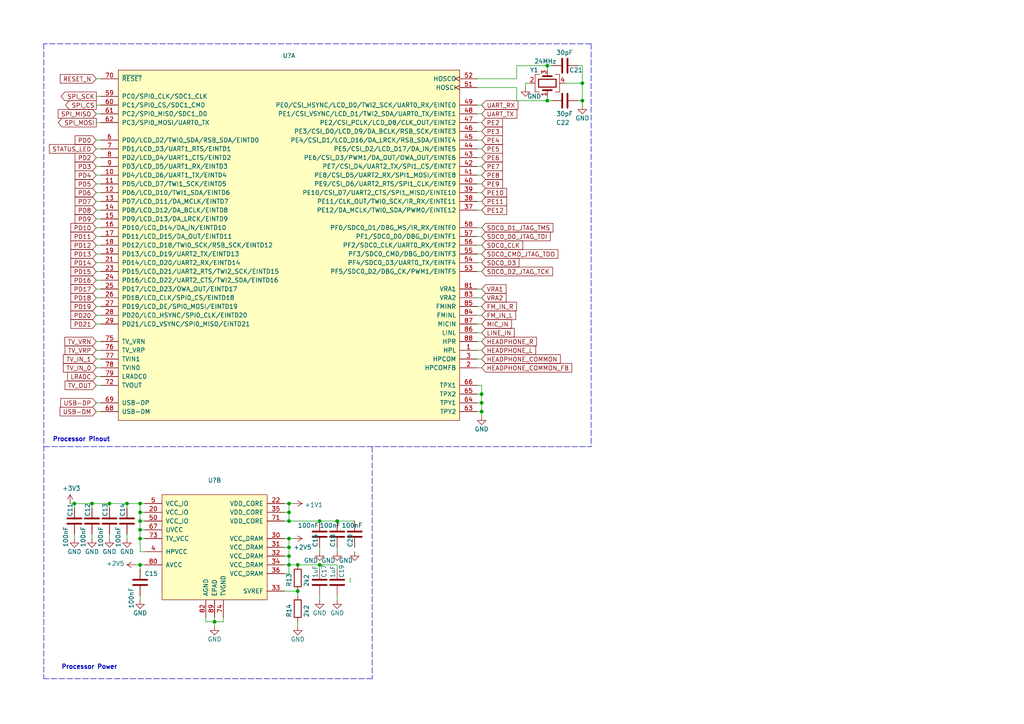
<source format=kicad_sch>
(kicad_sch (version 20211123) (generator eeschema)
  (paper "A4")
  (title_block (title "SOM-F1C") (date "2021-01-04") (rev "2") (company "Mustafa Serhat Urtis"))
  (lib_symbols
    (symbol "Device:C" (pin_numbers hide) (pin_names (offset 0.254))
      (property "Reference" "C" (at 0.635 2.54 0))
      (property "Value" "C" (at 0.635 -2.54 0))
      (symbol "C_0_1"
        (polyline (pts (xy -2.032 -0.762) (xy 2.032 -0.762)) (stroke (width 0.508)))
        (polyline (pts (xy -2.032 0.762) (xy 2.032 0.762)) (stroke (width 0.508)))
      )
      (symbol "C_1_1"
        (pin passive line (at 0 3.81 270) (length 2.794) (name "~") (number "1"))
        (pin passive line (at 0 -3.81 90) (length 2.794) (name "~") (number "2"))
      )
    )
    (symbol "Device:Crystal_GND24" (pin_names (offset 1.016) hide)
      (property "Reference" "Y" (at 3.175 5.08 0))
      (property "Value" "Crystal_GND24" (at 3.175 3.175 0))
      (symbol "Crystal_GND24_0_1"
        (rectangle (start -1.143 2.54) (end 1.143 -2.54) (stroke (width 0.3048)))
        (polyline (pts (xy -2.54 0) (xy -2.032 0)))
        (polyline (pts (xy -2.032 -1.27) (xy -2.032 1.27)) (stroke (width 0.508)))
        (polyline (pts (xy 0 -3.81) (xy 0 -3.556)))
        (polyline (pts (xy 0 3.556) (xy 0 3.81)))
        (polyline (pts (xy 2.032 -1.27) (xy 2.032 1.27)) (stroke (width 0.508)))
        (polyline (pts (xy 2.032 0) (xy 2.54 0)))
        (polyline (pts (xy -2.54 -2.286) (xy -2.54 -3.556) (xy 2.54 -3.556) (xy 2.54 -2.286)))
        (polyline (pts (xy -2.54 2.286) (xy -2.54 3.556) (xy 2.54 3.556) (xy 2.54 2.286)))
      )
      (symbol "Crystal_GND24_1_1"
        (pin passive line (at -3.81 0 0) (length 1.27) (name "1") (number "1"))
        (pin passive line (at 0 5.08 270) (length 1.27) (name "2") (number "2"))
        (pin passive line (at 3.81 0 180) (length 1.27) (name "3") (number "3"))
        (pin passive line (at 0 -5.08 90) (length 1.27) (name "4") (number "4"))
      )
    )
    (symbol "Device:R" (pin_numbers hide) (pin_names (offset 0))
      (property "Reference" "R" (at 2.032 0 90))
      (property "Value" "R" (at 0 0 90))
      (symbol "R_0_1"
        (rectangle (start -1.016 -2.54) (end 1.016 2.54) (stroke (width 0.254)))
      )
      (symbol "R_1_1"
        (pin passive line (at 0 3.81 270) (length 1.27) (name "~") (number "1"))
        (pin passive line (at 0 -3.81 90) (length 1.27) (name "~") (number "2"))
      )
    )
    (symbol "lib_smrg:F1C100s" (pin_names (offset 1.016))
      (property "Reference" "U" (at 0 53.34 0))
      (property "Value" "F1C100s" (at 0 -52.07 0))
      (symbol "F1C100s_1_0"
        (pin output line (at 55.88 -30.48 180) (length 5.08) (name "HPL") (number "1"))
        (pin bidirectional line (at -53.34 20.32 0) (length 5.08) (name "PD4/LCD_D6/UART1_TX/EINTD4") (number "10"))
        (pin bidirectional line (at -53.34 17.78 0) (length 5.08) (name "PD5/LCD_D7/TWI1_SCK/EINTD5") (number "11"))
        (pin bidirectional line (at -53.34 15.24 0) (length 5.08) (name "PD6/LCD_D10/TWI1_SDA/EINTD6") (number "12"))
        (pin bidirectional line (at -53.34 12.7 0) (length 5.08) (name "PD7/LCD_D11/DA_MCLK/EINTD7") (number "13"))
        (pin bidirectional line (at -53.34 10.16 0) (length 5.08) (name "PD8/LCD_D12/DA_BCLK/EINTD8") (number "14"))
        (pin bidirectional line (at -53.34 7.62 0) (length 5.08) (name "PD9/LCD_D13/DA_LRCK/EINTD9") (number "15"))
        (pin bidirectional line (at -53.34 5.08 0) (length 5.08) (name "PD10/LCD_D14/DA_IN/EINTD10") (number "16"))
        (pin bidirectional line (at -53.34 2.54 0) (length 5.08) (name "PD11/LCD_D15/DA_OUT/EINTD11") (number "17"))
        (pin bidirectional line (at -53.34 0 0) (length 5.08) (name "PD12/LCD_D18/TWI0_SCK/RSB_SCK/EINTD12") (number "18"))
        (pin bidirectional line (at -53.34 -2.54 0) (length 5.08) (name "PD13/LCD_D19/UART2_TX/EINTD13") (number "19"))
        (pin input line (at 55.88 -35.56 180) (length 5.08) (name "HPCOMFB") (number "2"))
        (pin bidirectional line (at -53.34 -5.08 0) (length 5.08) (name "PD14/LCD_D20/UART2_RX/EINTD14") (number "21"))
        (pin bidirectional line (at -53.34 -7.62 0) (length 5.08) (name "PD15/LCD_D21/UART2_RTS/TWI2_SCK/EINTD15") (number "23"))
        (pin bidirectional line (at -53.34 -10.16 0) (length 5.08) (name "PD16/LCD_D22/UART2_CTS/TWI2_SDA/EINTD16") (number "24"))
        (pin bidirectional line (at -53.34 -12.7 0) (length 5.08) (name "PD17/LCD_D23/OWA_OUT/EINTD17") (number "25"))
        (pin bidirectional line (at -53.34 -15.24 0) (length 5.08) (name "PD18/LCD_CLK/SPI0_CS/EINTD18") (number "26"))
        (pin bidirectional line (at -53.34 -17.78 0) (length 5.08) (name "PD19/LCD_DE/SPI0_MOSI/EINTD19") (number "27"))
        (pin bidirectional line (at -53.34 -20.32 0) (length 5.08) (name "PD20/LCD_HSYNC/SPI0_CLK/EINTD20") (number "28"))
        (pin bidirectional line (at -53.34 -22.86 0) (length 5.08) (name "PD21/LCD_VSYNC/SPI0_MISO/EINTD21") (number "29"))
        (pin output line (at 55.88 -33.02 180) (length 5.08) (name "HPCOM") (number "3"))
        (pin bidirectional line (at 55.88 10.16 180) (length 5.08) (name "PE12/DA_MCLK/TWI0_SDA/PWM0/EINTE12") (number "37"))
        (pin bidirectional line (at 55.88 12.7 180) (length 5.08) (name "PE11/CLK_OUT/TWI0_SCK/IR_RX/EINTE11") (number "38"))
        (pin bidirectional line (at 55.88 15.24 180) (length 5.08) (name "PE10/CSI_D7/UART2_CTS/SPI1_MISO/EINTE10") (number "39"))
        (pin bidirectional line (at 55.88 17.78 180) (length 5.08) (name "PE9/CSI_D6/UART2_RTS/SPI1_CLK/EINTE9") (number "40"))
        (pin bidirectional line (at 55.88 20.32 180) (length 5.08) (name "PE8/CSI_D5/UART2_RX/SPI1_MOSI/EINTE8") (number "41"))
        (pin bidirectional line (at 55.88 22.86 180) (length 5.08) (name "PE7/CSI_D4/UART2_TX/SPI1_CS/EINTE7") (number "42"))
        (pin bidirectional line (at 55.88 25.4 180) (length 5.08) (name "PE6/CSI_D3/PWM1/DA_OUT/OWA_OUT/EINTE6") (number "43"))
        (pin bidirectional line (at 55.88 27.94 180) (length 5.08) (name "PE5/CSI_D2/LCD_D17/DA_IN/EINTE5") (number "44"))
        (pin bidirectional line (at 55.88 30.48 180) (length 5.08) (name "PE4/CSI_D1/LCD_D16/DA_LRCK/RSB_SDA/EINTE4") (number "45"))
        (pin bidirectional line (at 55.88 33.02 180) (length 5.08) (name "PE3/CSI_D0/LCD_D9/DA_BCLK/RSB_SCK/EINTE3") (number "46"))
        (pin bidirectional line (at 55.88 35.56 180) (length 5.08) (name "PE2/CSI_PCLK/LCD_D8/CLK_OUT/EINTE2") (number "47"))
        (pin bidirectional line (at 55.88 38.1 180) (length 5.08) (name "PE1/CSI_VSYNC/LCD_D1/TWI2_SDA/UART0_TX/EINTE1") (number "48"))
        (pin bidirectional line (at 55.88 40.64 180) (length 5.08) (name "PE0/CSI_HSYNC/LCD_D0/TWI2_SCK/UART0_RX/EINTE0") (number "49"))
        (pin input clock (at 55.88 45.72 180) (length 5.08) (name "HOSCI") (number "51"))
        (pin input clock (at 55.88 48.26 180) (length 5.08) (name "HOSCO") (number "52"))
        (pin bidirectional line (at 55.88 -7.62 180) (length 5.08) (name "PF5/SDC0_D2/DBG_CK/PWM1/EINTF5") (number "53"))
        (pin bidirectional line (at 55.88 -5.08 180) (length 5.08) (name "PF4/SDC0_D3/UART0_TX/EINTF4") (number "54"))
        (pin bidirectional line (at 55.88 -2.54 180) (length 5.08) (name "PF3/SDC0_CMD/DBG_DO/EINTF3") (number "55"))
        (pin bidirectional line (at 55.88 0 180) (length 5.08) (name "PF2/SDC0_CLK/UART0_RX/EINTF2") (number "56"))
        (pin bidirectional line (at 55.88 2.54 180) (length 5.08) (name "PF1/SDC0_D0/DBG_DI/EINTF1") (number "57"))
        (pin bidirectional line (at 55.88 5.08 180) (length 5.08) (name "PF0/SDC0_D1/DBG_MS/IR_RX/EINTF0") (number "58"))
        (pin bidirectional line (at -53.34 43.18 0) (length 5.08) (name "PC0/SPI0_CLK/SDC1_CLK") (number "59"))
        (pin bidirectional line (at -53.34 30.48 0) (length 5.08) (name "PD0/LCD_D2/TWI0_SDA/RSB_SDA/EINTD0") (number "6"))
        (pin bidirectional line (at -53.34 40.64 0) (length 5.08) (name "PC1/SPI0_CS/SDC1_CMD") (number "60"))
        (pin bidirectional line (at -53.34 38.1 0) (length 5.08) (name "PC2/SPI0_MISO/SDC1_D0") (number "61"))
        (pin bidirectional line (at -53.34 35.56 0) (length 5.08) (name "PC3/SPI0_MOSI/UART0_TX") (number "62"))
        (pin input line (at 55.88 -48.26 180) (length 5.08) (name "TPY2") (number "63"))
        (pin input line (at 55.88 -45.72 180) (length 5.08) (name "TPY1") (number "64"))
        (pin input line (at 55.88 -43.18 180) (length 5.08) (name "TPX2") (number "65"))
        (pin input line (at 55.88 -40.64 180) (length 5.08) (name "TPX1") (number "66"))
        (pin bidirectional line (at -53.34 -48.26 0) (length 5.08) (name "USB-DM") (number "68"))
        (pin bidirectional line (at -53.34 -45.72 0) (length 5.08) (name "USB-DP") (number "69"))
        (pin bidirectional line (at -53.34 27.94 0) (length 5.08) (name "PD1/LCD_D3/UART1_RTS/EINTD1") (number "7"))
        (pin input line (at -53.34 48.26 0) (length 5.08) (name "~{RESET}") (number "70"))
        (pin output line (at -53.34 -40.64 0) (length 5.08) (name "TVOUT") (number "72"))
        (pin input line (at -53.34 -27.94 0) (length 5.08) (name "TV_VRN") (number "75"))
        (pin input line (at -53.34 -30.48 0) (length 5.08) (name "TV_VRP") (number "76"))
        (pin input line (at -53.34 -33.02 0) (length 5.08) (name "TVIN1") (number "77"))
        (pin input line (at -53.34 -35.56 0) (length 5.08) (name "TVIN0") (number "78"))
        (pin input line (at -53.34 -38.1 0) (length 5.08) (name "LRADC0") (number "79"))
        (pin bidirectional line (at -53.34 25.4 0) (length 5.08) (name "PD2/LCD_D4/UART1_CTS/EINTD2") (number "8"))
        (pin input line (at 55.88 -20.32 180) (length 5.08) (name "FMINL") (number "84"))
        (pin input line (at 55.88 -17.78 180) (length 5.08) (name "FMINR") (number "85"))
        (pin input line (at 55.88 -25.4 180) (length 5.08) (name "LINL") (number "86"))
        (pin input line (at 55.88 -22.86 180) (length 5.08) (name "MICIN") (number "87"))
        (pin output line (at 55.88 -27.94 180) (length 5.08) (name "HPR") (number "88"))
        (pin bidirectional line (at -53.34 22.86 0) (length 5.08) (name "PD3/LCD_D5/UART1_RX/EINTD3") (number "9"))
      )
      (symbol "F1C100s_1_1"
        (rectangle (start -48.26 50.8) (end 50.8 -50.8) (fill (type background)))
        (pin output line (at 55.88 -12.7 180) (length 5.08) (name "VRA1") (number "81"))
        (pin output line (at 55.88 -15.24 180) (length 5.08) (name "VRA2") (number "83"))
      )
      (symbol "F1C100s_2_0"
        (pin power_in line (at -20.32 8.89 0) (length 5.08) (name "VCC_IO") (number "20"))
        (pin power_in line (at 20.32 11.43 180) (length 5.08) (name "VDD_CORE") (number "22"))
        (pin power_in line (at 20.32 1.27 180) (length 5.08) (name "VCC_DRAM") (number "30"))
        (pin power_in line (at 20.32 -1.27 180) (length 5.08) (name "VCC_DRAM") (number "31"))
        (pin power_in line (at 20.32 -3.81 180) (length 5.08) (name "VCC_DRAM") (number "32"))
        (pin input line (at 20.32 -13.97 180) (length 5.08) (name "SVREF") (number "33"))
        (pin power_in line (at 20.32 -6.35 180) (length 5.08) (name "VCC_DRAM") (number "34"))
        (pin power_in line (at 20.32 8.89 180) (length 5.08) (name "VDD_CORE") (number "35"))
        (pin power_in line (at 20.32 -8.89 180) (length 5.08) (name "VCC_DRAM") (number "36"))
        (pin power_in line (at -20.32 -2.54 0) (length 5.08) (name "HPVCC") (number "4"))
        (pin power_in line (at -20.32 11.43 0) (length 5.08) (name "VCC_IO") (number "5"))
        (pin power_in line (at -20.32 6.35 0) (length 5.08) (name "VCC_IO") (number "50"))
        (pin power_in line (at -20.32 3.81 0) (length 5.08) (name "UVCC") (number "67"))
        (pin power_in line (at 20.32 6.35 180) (length 5.08) (name "VDD_CORE") (number "71"))
        (pin power_in line (at -20.32 1.27 0) (length 5.08) (name "TV_VCC") (number "73"))
        (pin power_in line (at 2.54 -21.59 90) (length 5.08) (name "TVGND") (number "74"))
        (pin power_in line (at -20.32 -6.35 0) (length 5.08) (name "AVCC") (number "80"))
        (pin power_in line (at -2.54 -21.59 90) (length 5.08) (name "AGND") (number "82"))
        (pin power_in line (at 0 -21.59 90) (length 5.08) (name "EPAD") (number "89"))
      )
      (symbol "F1C100s_2_1"
        (rectangle (start -15.24 13.97) (end 15.24 -16.51) (fill (type background)))
      )
    )
    (symbol "power:+1V1" (power) (pin_names (offset 0))
      (property "Value" "+1V1" (at 0 3.556 0))
      (symbol "+1V1_0_1"
        (polyline (pts (xy -0.762 1.27) (xy 0 2.54)))
        (polyline (pts (xy 0 0) (xy 0 2.54)))
        (polyline (pts (xy 0 2.54) (xy 0.762 1.27)))
      )
      (symbol "+1V1_1_1"
        (pin power_in line (at 0 0 90) (length 0) hide (name "+1V1") (number "1"))
      )
    )
    (symbol "power:+2V5" (power) (pin_names (offset 0))
      (property "Value" "+2V5" (at 0 3.556 0))
      (symbol "+2V5_0_1"
        (polyline (pts (xy -0.762 1.27) (xy 0 2.54)))
        (polyline (pts (xy 0 0) (xy 0 2.54)))
        (polyline (pts (xy 0 2.54) (xy 0.762 1.27)))
      )
      (symbol "+2V5_1_1"
        (pin power_in line (at 0 0 90) (length 0) hide (name "+2V5") (number "1"))
      )
    )
    (symbol "power:+3V3" (power) (pin_names (offset 0))
      (property "Value" "+3V3" (at 0 3.556 0))
      (symbol "+3V3_0_1"
        (polyline (pts (xy -0.762 1.27) (xy 0 2.54)))
        (polyline (pts (xy 0 0) (xy 0 2.54)))
        (polyline (pts (xy 0 2.54) (xy 0.762 1.27)))
      )
      (symbol "+3V3_1_1"
        (pin power_in line (at 0 0 90) (length 0) hide (name "+3V3") (number "1"))
      )
    )
    (symbol "power:GND" (power) (pin_names (offset 0))
      (property "Value" "GND" (at 0 -3.81 0))
      (symbol "GND_0_1"
        (polyline (pts (xy 0 0) (xy 0 -1.27) (xy 1.27 -1.27) (xy 0 -2.54) (xy -1.27 -1.27) (xy 0 -1.27)))
      )
      (symbol "GND_1_1"
        (pin power_in line (at 0 0 270) (length 0) hide (name "GND") (number "1"))
      )
    )
  )
  (junction (at 83.82 148.59))
  (junction (at 26.67 146.05))
  (junction (at 40.64 148.59))
  (junction (at 31.75 146.05))
  (junction (at 139.7 116.84))
  (junction (at 40.64 163.83))
  (junction (at 83.82 163.83))
  (junction (at 92.71 163.83))
  (junction (at 92.71 151.13))
  (junction (at 40.64 153.67))
  (junction (at 139.7 114.3))
  (junction (at 40.64 151.13))
  (junction (at 21.59 146.05))
  (junction (at 40.64 146.05))
  (junction (at 83.82 151.13))
  (junction (at 86.36 171.45))
  (junction (at 83.82 158.75))
  (junction (at 139.7 119.38))
  (junction (at 62.23 180.34))
  (junction (at 36.83 146.05))
  (junction (at 40.64 156.21))
  (junction (at 158.75 29.21))
  (junction (at 97.79 151.13))
  (junction (at 168.91 29.21))
  (junction (at 86.36 163.83))
  (junction (at 168.91 24.13))
  (junction (at 83.82 156.21))
  (junction (at 83.82 146.05))
  (junction (at 158.75 19.05))
  (junction (at 83.82 161.29))
  (wire (pts (xy 62.23 181.61) (xy 62.23 180.34)))
  (wire (pts (xy 40.64 156.21) (xy 40.64 160.02)))
  (wire (pts (xy 138.43 106.68) (xy 139.7 106.68)))
  (wire (pts (xy 29.21 43.18) (xy 27.94 43.18)))
  (wire (pts (xy 40.64 151.13) (xy 40.64 153.67)))
  (wire (pts (xy 97.79 173.99) (xy 97.79 172.72)))
  (wire (pts (xy 139.7 119.38) (xy 138.43 119.38)))
  (wire (pts (xy 139.7 111.76) (xy 139.7 114.3)))
  (wire (pts (xy 36.83 146.05) (xy 40.64 146.05)))
  (wire (pts (xy 149.86 25.4) (xy 149.86 29.21)))
  (wire (pts (xy 149.86 29.21) (xy 158.75 29.21)))
  (wire (pts (xy 83.82 151.13) (xy 82.55 151.13)))
  (wire (pts (xy 29.21 58.42) (xy 27.94 58.42)))
  (wire (pts (xy 138.43 33.02) (xy 139.7 33.02)))
  (wire (pts (xy 163.83 24.13) (xy 168.91 24.13)))
  (wire (pts (xy 138.43 73.66) (xy 139.7 73.66)))
  (wire (pts (xy 82.55 146.05) (xy 83.82 146.05)))
  (wire (pts (xy 138.43 68.58) (xy 139.7 68.58)))
  (wire (pts (xy 82.55 156.21) (xy 83.82 156.21)))
  (polyline (pts (xy 12.7 129.54) (xy 171.45 129.54)))
  (wire (pts (xy 83.82 158.75) (xy 83.82 161.29)))
  (wire (pts (xy 138.43 101.6) (xy 139.7 101.6)))
  (wire (pts (xy 40.64 146.05) (xy 40.64 148.59)))
  (wire (pts (xy 138.43 58.42) (xy 139.7 58.42)))
  (wire (pts (xy 29.21 30.48) (xy 27.94 30.48)))
  (wire (pts (xy 29.21 50.8) (xy 27.94 50.8)))
  (wire (pts (xy 29.21 73.66) (xy 27.94 73.66)))
  (wire (pts (xy 138.43 116.84) (xy 139.7 116.84)))
  (wire (pts (xy 158.75 29.21) (xy 160.02 29.21)))
  (wire (pts (xy 92.71 173.99) (xy 92.71 172.72)))
  (wire (pts (xy 26.67 146.05) (xy 31.75 146.05)))
  (wire (pts (xy 31.75 156.21) (xy 31.75 154.94)))
  (wire (pts (xy 86.36 181.61) (xy 86.36 180.34)))
  (wire (pts (xy 86.36 163.83) (xy 92.71 163.83)))
  (wire (pts (xy 83.82 163.83) (xy 86.36 163.83)))
  (wire (pts (xy 138.43 22.86) (xy 149.86 22.86)))
  (wire (pts (xy 83.82 166.37) (xy 82.55 166.37)))
  (wire (pts (xy 139.7 116.84) (xy 139.7 119.38)))
  (wire (pts (xy 82.55 158.75) (xy 83.82 158.75)))
  (wire (pts (xy 139.7 114.3) (xy 139.7 116.84)))
  (wire (pts (xy 29.21 83.82) (xy 27.94 83.82)))
  (wire (pts (xy 168.91 29.21) (xy 168.91 24.13)))
  (wire (pts (xy 29.21 35.56) (xy 27.94 35.56)))
  (wire (pts (xy 26.67 156.21) (xy 26.67 154.94)))
  (wire (pts (xy 40.64 148.59) (xy 40.64 151.13)))
  (wire (pts (xy 138.43 66.04) (xy 139.7 66.04)))
  (wire (pts (xy 41.91 153.67) (xy 40.64 153.67)))
  (wire (pts (xy 138.43 111.76) (xy 139.7 111.76)))
  (wire (pts (xy 40.64 172.72) (xy 40.64 173.99)))
  (wire (pts (xy 138.43 30.48) (xy 139.7 30.48)))
  (wire (pts (xy 29.21 88.9) (xy 27.94 88.9)))
  (wire (pts (xy 97.79 160.02) (xy 97.79 158.75)))
  (wire (pts (xy 29.21 119.38) (xy 27.94 119.38)))
  (wire (pts (xy 20.32 146.05) (xy 21.59 146.05)))
  (wire (pts (xy 82.55 163.83) (xy 83.82 163.83)))
  (wire (pts (xy 158.75 27.94) (xy 158.75 29.21)))
  (wire (pts (xy 138.43 91.44) (xy 139.7 91.44)))
  (wire (pts (xy 138.43 93.98) (xy 139.7 93.98)))
  (wire (pts (xy 152.4 25.4) (xy 152.4 24.13)))
  (wire (pts (xy 138.43 35.56) (xy 139.7 35.56)))
  (wire (pts (xy 62.23 179.07) (xy 62.23 180.34)))
  (wire (pts (xy 29.21 66.04) (xy 27.94 66.04)))
  (wire (pts (xy 138.43 76.2) (xy 139.7 76.2)))
  (polyline (pts (xy 171.45 12.7) (xy 171.45 129.54)))
  (wire (pts (xy 138.43 88.9) (xy 139.7 88.9)))
  (wire (pts (xy 41.91 148.59) (xy 40.64 148.59)))
  (wire (pts (xy 86.36 172.72) (xy 86.36 171.45)))
  (wire (pts (xy 40.64 163.83) (xy 39.37 163.83)))
  (wire (pts (xy 59.69 180.34) (xy 62.23 180.34)))
  (wire (pts (xy 138.43 114.3) (xy 139.7 114.3)))
  (wire (pts (xy 21.59 147.32) (xy 21.59 146.05)))
  (wire (pts (xy 83.82 161.29) (xy 83.82 163.83)))
  (wire (pts (xy 40.64 163.83) (xy 40.64 165.1)))
  (wire (pts (xy 29.21 93.98) (xy 27.94 93.98)))
  (wire (pts (xy 138.43 45.72) (xy 139.7 45.72)))
  (wire (pts (xy 36.83 156.21) (xy 36.83 154.94)))
  (wire (pts (xy 29.21 101.6) (xy 27.94 101.6)))
  (wire (pts (xy 31.75 146.05) (xy 36.83 146.05)))
  (wire (pts (xy 83.82 156.21) (xy 85.09 156.21)))
  (wire (pts (xy 29.21 55.88) (xy 27.94 55.88)))
  (wire (pts (xy 29.21 33.02) (xy 27.94 33.02)))
  (wire (pts (xy 41.91 163.83) (xy 40.64 163.83)))
  (wire (pts (xy 29.21 60.96) (xy 27.94 60.96)))
  (wire (pts (xy 29.21 116.84) (xy 27.94 116.84)))
  (wire (pts (xy 138.43 86.36) (xy 139.7 86.36)))
  (wire (pts (xy 26.67 147.32) (xy 26.67 146.05)))
  (wire (pts (xy 36.83 147.32) (xy 36.83 146.05)))
  (wire (pts (xy 138.43 43.18) (xy 139.7 43.18)))
  (wire (pts (xy 138.43 25.4) (xy 149.86 25.4)))
  (wire (pts (xy 92.71 163.83) (xy 92.71 165.1)))
  (wire (pts (xy 29.21 106.68) (xy 27.94 106.68)))
  (wire (pts (xy 29.21 91.44) (xy 27.94 91.44)))
  (wire (pts (xy 101.6 168.91) (xy 101.6 167.64)))
  (wire (pts (xy 29.21 45.72) (xy 27.94 45.72)))
  (wire (pts (xy 29.21 68.58) (xy 27.94 68.58)))
  (wire (pts (xy 168.91 24.13) (xy 168.91 19.05)))
  (wire (pts (xy 158.75 20.32) (xy 158.75 19.05)))
  (wire (pts (xy 138.43 104.14) (xy 139.7 104.14)))
  (wire (pts (xy 83.82 146.05) (xy 85.09 146.05)))
  (wire (pts (xy 29.21 109.22) (xy 27.94 109.22)))
  (wire (pts (xy 29.21 71.12) (xy 27.94 71.12)))
  (wire (pts (xy 41.91 151.13) (xy 40.64 151.13)))
  (wire (pts (xy 29.21 27.94) (xy 27.94 27.94)))
  (wire (pts (xy 29.21 78.74) (xy 27.94 78.74)))
  (wire (pts (xy 149.86 22.86) (xy 149.86 19.05)))
  (wire (pts (xy 168.91 19.05) (xy 167.64 19.05)))
  (wire (pts (xy 62.23 180.34) (xy 64.77 180.34)))
  (wire (pts (xy 29.21 76.2) (xy 27.94 76.2)))
  (wire (pts (xy 158.75 19.05) (xy 160.02 19.05)))
  (wire (pts (xy 64.77 180.34) (xy 64.77 179.07)))
  (wire (pts (xy 29.21 111.76) (xy 27.94 111.76)))
  (wire (pts (xy 31.75 147.32) (xy 31.75 146.05)))
  (wire (pts (xy 97.79 151.13) (xy 102.87 151.13)))
  (wire (pts (xy 138.43 83.82) (xy 139.7 83.82)))
  (wire (pts (xy 29.21 104.14) (xy 27.94 104.14)))
  (polyline (pts (xy 107.95 129.54) (xy 107.95 196.85)))
  (polyline (pts (xy 107.95 196.85) (xy 12.7 196.85)))
  (wire (pts (xy 138.43 55.88) (xy 139.7 55.88)))
  (polyline (pts (xy 12.7 12.7) (xy 12.7 196.85)))
  (wire (pts (xy 138.43 50.8) (xy 139.7 50.8)))
  (wire (pts (xy 138.43 99.06) (xy 139.7 99.06)))
  (wire (pts (xy 138.43 48.26) (xy 139.7 48.26)))
  (wire (pts (xy 92.71 160.02) (xy 92.71 158.75)))
  (wire (pts (xy 92.71 151.13) (xy 97.79 151.13)))
  (wire (pts (xy 21.59 156.21) (xy 21.59 154.94)))
  (wire (pts (xy 41.91 156.21) (xy 40.64 156.21)))
  (wire (pts (xy 29.21 40.64) (xy 27.94 40.64)))
  (wire (pts (xy 41.91 146.05) (xy 40.64 146.05)))
  (wire (pts (xy 138.43 38.1) (xy 139.7 38.1)))
  (wire (pts (xy 82.55 148.59) (xy 83.82 148.59)))
  (wire (pts (xy 138.43 96.52) (xy 139.7 96.52)))
  (wire (pts (xy 40.64 153.67) (xy 40.64 156.21)))
  (wire (pts (xy 29.21 48.26) (xy 27.94 48.26)))
  (wire (pts (xy 82.55 161.29) (xy 83.82 161.29)))
  (wire (pts (xy 21.59 146.05) (xy 26.67 146.05)))
  (wire (pts (xy 149.86 19.05) (xy 158.75 19.05)))
  (wire (pts (xy 168.91 30.48) (xy 168.91 29.21)))
  (wire (pts (xy 97.79 163.83) (xy 97.79 165.1)))
  (wire (pts (xy 138.43 60.96) (xy 139.7 60.96)))
  (wire (pts (xy 138.43 40.64) (xy 139.7 40.64)))
  (wire (pts (xy 152.4 24.13) (xy 153.67 24.13)))
  (wire (pts (xy 138.43 53.34) (xy 139.7 53.34)))
  (wire (pts (xy 83.82 151.13) (xy 92.71 151.13)))
  (wire (pts (xy 29.21 99.06) (xy 27.94 99.06)))
  (wire (pts (xy 138.43 78.74) (xy 139.7 78.74)))
  (wire (pts (xy 29.21 81.28) (xy 27.94 81.28)))
  (wire (pts (xy 92.71 163.83) (xy 97.79 163.83)))
  (wire (pts (xy 139.7 119.38) (xy 139.7 120.65)))
  (polyline (pts (xy 171.45 12.7) (xy 12.7 12.7)))
  (wire (pts (xy 83.82 146.05) (xy 83.82 148.59)))
  (wire (pts (xy 83.82 156.21) (xy 83.82 158.75)))
  (wire (pts (xy 83.82 163.83) (xy 83.82 166.37)))
  (wire (pts (xy 40.64 160.02) (xy 41.91 160.02)))
  (wire (pts (xy 59.69 179.07) (xy 59.69 180.34)))
  (wire (pts (xy 83.82 148.59) (xy 83.82 151.13)))
  (wire (pts (xy 29.21 53.34) (xy 27.94 53.34)))
  (wire (pts (xy 29.21 86.36) (xy 27.94 86.36)))
  (wire (pts (xy 29.21 22.86) (xy 27.94 22.86)))
  (wire (pts (xy 82.55 171.45) (xy 86.36 171.45)))
  (wire (pts (xy 29.21 63.5) (xy 27.94 63.5)))
  (wire (pts (xy 167.64 29.21) (xy 168.91 29.21)))
  (wire (pts (xy 138.43 71.12) (xy 139.7 71.12)))
  (text "Processor Power" (at 17.78 194.31 0) (effects (font (size 1.27 1.27) (thickness 0.254) bold) (justify left bottom)))
  (text "Processor Pinout" (at 15.24 128.27 0) (effects (font (size 1.27 1.27) (thickness 0.254) bold) (justify left bottom)))
  (global_label "PE5" (shape input) (at 139.7 43.18 0) (property "Intersheet References" "${INTERSHEET_REFS}" (effects hide)))
  (global_label "FM_IN_R" (shape input) (at 139.7 88.9 0) (property "Intersheet References" "${INTERSHEET_REFS}" (effects hide)))
  (global_label "HEADPHONE_COMMON" (shape input) (at 139.7 104.14 0) (property "Intersheet References" "${INTERSHEET_REFS}" (effects hide)))
  (global_label "SDC0_D2_JTAG_TCK" (shape input) (at 139.7 78.74 0) (property "Intersheet References" "${INTERSHEET_REFS}" (effects hide)))
  (global_label "PE2" (shape input) (at 139.7 35.56 0) (property "Intersheet References" "${INTERSHEET_REFS}" (effects hide)))
  (global_label "PE12" (shape input) (at 139.7 60.96 0) (property "Intersheet References" "${INTERSHEET_REFS}" (effects hide)))
  (global_label "SPI_MOSI" (shape output) (at 27.94 35.56 180) (property "Intersheet References" "${INTERSHEET_REFS}" (effects hide)))
  (global_label "SDC0_CLK" (shape input) (at 139.7 71.12 0) (property "Intersheet References" "${INTERSHEET_REFS}" (effects hide)))
  (global_label "STATUS_LED" (shape input) (at 27.94 43.18 180) (property "Intersheet References" "${INTERSHEET_REFS}" (effects hide)))
  (global_label "TV_VRP" (shape input) (at 27.94 101.6 180) (property "Intersheet References" "${INTERSHEET_REFS}" (effects hide)))
  (global_label "PD17" (shape input) (at 27.94 83.82 180) (property "Intersheet References" "${INTERSHEET_REFS}" (effects hide)))
  (global_label "PE8" (shape input) (at 139.7 50.8 0) (property "Intersheet References" "${INTERSHEET_REFS}" (effects hide)))
  (global_label "PD8" (shape input) (at 27.94 60.96 180) (property "Intersheet References" "${INTERSHEET_REFS}" (effects hide)))
  (global_label "SDC0_D0_JTAG_TDI" (shape input) (at 139.7 68.58 0) (property "Intersheet References" "${INTERSHEET_REFS}" (effects hide)))
  (global_label "SPI_MISO" (shape input) (at 27.94 33.02 180) (property "Intersheet References" "${INTERSHEET_REFS}" (effects hide)))
  (global_label "LRADC" (shape input) (at 27.94 109.22 180) (property "Intersheet References" "${INTERSHEET_REFS}" (effects hide)))
  (global_label "LINE_IN" (shape input) (at 139.7 96.52 0) (property "Intersheet References" "${INTERSHEET_REFS}" (effects hide)))
  (global_label "SDC0_CMD_JTAG_TDO" (shape input) (at 139.7 73.66 0) (property "Intersheet References" "${INTERSHEET_REFS}" (effects hide)))
  (global_label "MIC_IN" (shape input) (at 139.7 93.98 0) (property "Intersheet References" "${INTERSHEET_REFS}" (effects hide)))
  (global_label "PD18" (shape input) (at 27.94 86.36 180) (property "Intersheet References" "${INTERSHEET_REFS}" (effects hide)))
  (global_label "PD13" (shape input) (at 27.94 73.66 180) (property "Intersheet References" "${INTERSHEET_REFS}" (effects hide)))
  (global_label "PD14" (shape input) (at 27.94 76.2 180) (property "Intersheet References" "${INTERSHEET_REFS}" (effects hide)))
  (global_label "USB-DP" (shape input) (at 27.94 116.84 180) (property "Intersheet References" "${INTERSHEET_REFS}" (effects hide)))
  (global_label "PD3" (shape input) (at 27.94 48.26 180) (property "Intersheet References" "${INTERSHEET_REFS}" (effects hide)))
  (global_label "PE11" (shape input) (at 139.7 58.42 0) (property "Intersheet References" "${INTERSHEET_REFS}" (effects hide)))
  (global_label "PD2" (shape input) (at 27.94 45.72 180) (property "Intersheet References" "${INTERSHEET_REFS}" (effects hide)))
  (global_label "TV_IN_0" (shape input) (at 27.94 106.68 180) (property "Intersheet References" "${INTERSHEET_REFS}" (effects hide)))
  (global_label "SDC0_D3" (shape input) (at 139.7 76.2 0) (property "Intersheet References" "${INTERSHEET_REFS}" (effects hide)))
  (global_label "HEADPHONE_COMMON_FB" (shape input) (at 139.7 106.68 0) (property "Intersheet References" "${INTERSHEET_REFS}" (effects hide)))
  (global_label "PE4" (shape input) (at 139.7 40.64 0) (property "Intersheet References" "${INTERSHEET_REFS}" (effects hide)))
  (global_label "HEADPHONE_R" (shape input) (at 139.7 99.06 0) (property "Intersheet References" "${INTERSHEET_REFS}" (effects hide)))
  (global_label "VRA2" (shape input) (at 139.7 86.36 0) (property "Intersheet References" "${INTERSHEET_REFS}" (effects hide)))
  (global_label "PD9" (shape input) (at 27.94 63.5 180) (property "Intersheet References" "${INTERSHEET_REFS}" (effects hide)))
  (global_label "PE3" (shape input) (at 139.7 38.1 0) (property "Intersheet References" "${INTERSHEET_REFS}" (effects hide)))
  (global_label "UART_RX" (shape input) (at 139.7 30.48 0) (property "Intersheet References" "${INTERSHEET_REFS}" (effects hide)))
  (global_label "PD5" (shape input) (at 27.94 53.34 180) (property "Intersheet References" "${INTERSHEET_REFS}" (effects hide)))
  (global_label "PE9" (shape input) (at 139.7 53.34 0) (property "Intersheet References" "${INTERSHEET_REFS}" (effects hide)))
  (global_label "PD11" (shape input) (at 27.94 68.58 180) (property "Intersheet References" "${INTERSHEET_REFS}" (effects hide)))
  (global_label "HEADPHONE_L" (shape input) (at 139.7 101.6 0) (property "Intersheet References" "${INTERSHEET_REFS}" (effects hide)))
  (global_label "PD6" (shape input) (at 27.94 55.88 180) (property "Intersheet References" "${INTERSHEET_REFS}" (effects hide)))
  (global_label "PD4" (shape input) (at 27.94 50.8 180) (property "Intersheet References" "${INTERSHEET_REFS}" (effects hide)))
  (global_label "UART_TX" (shape input) (at 139.7 33.02 0) (property "Intersheet References" "${INTERSHEET_REFS}" (effects hide)))
  (global_label "SPI_SCK" (shape output) (at 27.94 27.94 180) (property "Intersheet References" "${INTERSHEET_REFS}" (effects hide)))
  (global_label "PD0" (shape input) (at 27.94 40.64 180) (property "Intersheet References" "${INTERSHEET_REFS}" (effects hide)))
  (global_label "PD16" (shape input) (at 27.94 81.28 180) (property "Intersheet References" "${INTERSHEET_REFS}" (effects hide)))
  (global_label "VRA1" (shape input) (at 139.7 83.82 0) (property "Intersheet References" "${INTERSHEET_REFS}" (effects hide)))
  (global_label "SDC0_D1_JTAG_TMS" (shape input) (at 139.7 66.04 0) (property "Intersheet References" "${INTERSHEET_REFS}" (effects hide)))
  (global_label "RESET_N" (shape input) (at 27.94 22.86 180) (property "Intersheet References" "${INTERSHEET_REFS}" (effects hide)))
  (global_label "TV_IN_1" (shape input) (at 27.94 104.14 180) (property "Intersheet References" "${INTERSHEET_REFS}" (effects hide)))
  (global_label "PD10" (shape input) (at 27.94 66.04 180) (property "Intersheet References" "${INTERSHEET_REFS}" (effects hide)))
  (global_label "PD19" (shape input) (at 27.94 88.9 180) (property "Intersheet References" "${INTERSHEET_REFS}" (effects hide)))
  (global_label "SPI_CS" (shape output) (at 27.94 30.48 180) (property "Intersheet References" "${INTERSHEET_REFS}" (effects hide)))
  (global_label "PE6" (shape input) (at 139.7 45.72 0) (property "Intersheet References" "${INTERSHEET_REFS}" (effects hide)))
  (global_label "PE10" (shape input) (at 139.7 55.88 0) (property "Intersheet References" "${INTERSHEET_REFS}" (effects hide)))
  (global_label "PD15" (shape input) (at 27.94 78.74 180) (property "Intersheet References" "${INTERSHEET_REFS}" (effects hide)))
  (global_label "PD20" (shape input) (at 27.94 91.44 180) (property "Intersheet References" "${INTERSHEET_REFS}" (effects hide)))
  (global_label "PD7" (shape input) (at 27.94 58.42 180) (property "Intersheet References" "${INTERSHEET_REFS}" (effects hide)))
  (global_label "PD21" (shape input) (at 27.94 93.98 180) (property "Intersheet References" "${INTERSHEET_REFS}" (effects hide)))
  (global_label "PD12" (shape input) (at 27.94 71.12 180) (property "Intersheet References" "${INTERSHEET_REFS}" (effects hide)))
  (global_label "TV_VRN" (shape input) (at 27.94 99.06 180) (property "Intersheet References" "${INTERSHEET_REFS}" (effects hide)))
  (global_label "TV_OUT" (shape input) (at 27.94 111.76 180) (property "Intersheet References" "${INTERSHEET_REFS}" (effects hide)))
  (global_label "USB-DM" (shape input) (at 27.94 119.38 180) (property "Intersheet References" "${INTERSHEET_REFS}" (effects hide)))
  (global_label "FM_IN_L" (shape input) (at 139.7 91.44 0) (property "Intersheet References" "${INTERSHEET_REFS}" (effects hide)))
  (global_label "PE7" (shape input) (at 139.7 48.26 0) (property "Intersheet References" "${INTERSHEET_REFS}" (effects hide)))
  (symbol (lib_id "lib_smrg:F1C100s") (at 82.55 71.12 0) (unit 1)
    (property "Reference" "U?" (at 83.82 16.129 0))
  )
  (symbol (lib_id "lib_smrg:F1C100s") (at 62.23 157.48 0) (unit 2)
    (property "Reference" "U?" (at 62.23 139.319 0))
  )
  (symbol (lib_id "power:GND") (at 62.23 181.61 0) (unit 1)
    (property "Reference" "#PWR0123" (effects hide))
    (property "Value" "GND" (at 62.23 185.42 0))
  )
  (symbol (lib_id "Device:C") (at 40.64 168.91 0) (unit 1)
    (property "Reference" "C15" (at 41.91 166.37 0) (effects (justify left)))
    (property "Value" "100nF" (at 38.1 176.53 90) (effects (justify left)))
    (property "Footprint" "Capacitor_SMD:C_0402_1005Metric" (effects hide))
  )
  (symbol (lib_id "power:GND") (at 40.64 173.99 0) (unit 1)
    (property "Reference" "#PWR0124" (effects hide))
    (property "Value" "GND" (at 40.64 177.8 0))
  )
  (symbol (lib_id "Device:C") (at 36.83 151.13 0) (unit 1)
    (property "Reference" "C14" (at 35.56 149.86 90) (effects (justify left)))
    (property "Value" "100nF" (at 34.29 158.75 90) (effects (justify left)))
    (property "Footprint" "Capacitor_SMD:C_0402_1005Metric" (effects hide))
  )
  (symbol (lib_id "Device:C") (at 31.75 151.13 0) (unit 1)
    (property "Reference" "C13" (at 30.48 149.86 90) (effects (justify left)))
    (property "Value" "100nF" (at 29.21 158.75 90) (effects (justify left)))
    (property "Footprint" "Capacitor_SMD:C_0402_1005Metric" (effects hide))
  )
  (symbol (lib_id "Device:C") (at 26.67 151.13 0) (unit 1)
    (property "Reference" "C12" (at 25.4 149.86 90) (effects (justify left)))
    (property "Value" "100nF" (at 24.13 158.75 90) (effects (justify left)))
    (property "Footprint" "Capacitor_SMD:C_0402_1005Metric" (effects hide))
  )
  (symbol (lib_id "Device:C") (at 21.59 151.13 0) (unit 1)
    (property "Reference" "C11" (at 20.32 149.86 90) (effects (justify left)))
    (property "Value" "100nF" (at 19.05 158.75 90) (effects (justify left)))
    (property "Footprint" "Capacitor_SMD:C_0402_1005Metric" (effects hide))
  )
  (symbol (lib_id "power:GND") (at 36.83 156.21 0) (unit 1)
    (property "Reference" "#PWR0128" (effects hide))
    (property "Value" "GND" (at 36.83 160.02 0))
  )
  (symbol (lib_id "power:GND") (at 31.75 156.21 0) (unit 1)
    (property "Reference" "#PWR0127" (effects hide))
    (property "Value" "GND" (at 31.75 160.02 0))
  )
  (symbol (lib_id "power:GND") (at 26.67 156.21 0) (unit 1)
    (property "Reference" "#PWR0126" (effects hide))
    (property "Value" "GND" (at 26.67 160.02 0))
  )
  (symbol (lib_id "power:GND") (at 21.59 156.21 0) (unit 1)
    (property "Reference" "#PWR0125" (effects hide))
    (property "Value" "GND" (at 21.59 160.02 0))
  )
  (symbol (lib_id "Device:R") (at 86.36 167.64 0) (unit 1)
    (property "Reference" "R13" (at 83.82 170.18 90) (effects (justify left)))
    (property "Value" "2k2" (at 88.9 170.18 90) (effects (justify left)))
    (property "Footprint" "Resistor_SMD:R_0402_1005Metric" (effects hide))
  )
  (symbol (lib_id "Device:R") (at 86.36 176.53 0) (unit 1)
    (property "Reference" "R14" (at 83.82 179.07 90) (effects (justify left)))
    (property "Value" "2k2" (at 88.9 179.07 90) (effects (justify left)))
    (property "Footprint" "Resistor_SMD:R_0402_1005Metric" (effects hide))
  )
  (symbol (lib_id "power:GND") (at 86.36 181.61 0) (unit 1)
    (property "Reference" "#PWR0129" (effects hide))
    (property "Value" "GND" (at 86.36 185.42 0))
  )
  (symbol (lib_id "Device:C") (at 92.71 168.91 0) (unit 1)
    (property "Reference" "C17" (at 93.98 167.64 90) (effects (justify left)))
    (property "Value" "1uF" (at 91.44 167.64 90) (effects (justify left)))
    (property "Footprint" "Capacitor_SMD:C_0402_1005Metric" (effects hide))
  )
  (symbol (lib_id "Device:C") (at 97.79 168.91 0) (unit 1)
    (property "Reference" "C19" (at 99.06 167.64 90) (effects (justify left)))
    (property "Value" "1uF" (at 96.52 167.64 90) (effects (justify left)))
    (property "Footprint" "Capacitor_SMD:C_0402_1005Metric" (effects hide))
  )
  (symbol (lib_id "power:GND") (at 92.71 173.99 0) (unit 1)
    (property "Reference" "#PWR0130" (effects hide))
    (property "Value" "GND" (at 92.71 177.8 0))
  )
  (symbol (lib_id "power:GND") (at 97.79 173.99 0) (unit 1)
    (property "Reference" "#PWR0131" (effects hide))
    (property "Value" "GND" (at 97.79 177.8 0))
  )
  (symbol (lib_id "power:GND") (at 92.71 160.02 0) (unit 1)
    (property "Reference" "#PWR0132" (effects hide))
    (property "Value" "GND" (at 90.17 162.56 0))
  )
  (symbol (lib_id "Device:C") (at 92.71 154.94 0) (unit 1)
    (property "Reference" "C16" (at 91.44 158.75 90) (effects (justify left)))
    (property "Value" "100nF" (at 86.36 152.4 0) (effects (justify left)))
    (property "Footprint" "Capacitor_SMD:C_0402_1005Metric" (effects hide))
  )
  (symbol (lib_id "Device:C") (at 97.79 154.94 0) (unit 1)
    (property "Reference" "C18" (at 96.52 158.75 90) (effects (justify left)))
    (property "Value" "100nF" (at 92.71 152.4 0) (effects (justify left)))
    (property "Footprint" "Capacitor_SMD:C_0402_1005Metric" (effects hide))
  )
  (symbol (lib_id "Device:C") (at 102.87 154.94 0) (unit 1)
    (property "Reference" "C20" (at 101.6 158.75 90) (effects (justify left)))
    (property "Value" "100nF" (at 99.06 152.4 0) (effects (justify left)))
    (property "Footprint" "Capacitor_SMD:C_0402_1005Metric" (effects hide))
  )
  (symbol (lib_id "power:GND") (at 97.79 160.02 0) (unit 1)
    (property "Reference" "#PWR0133" (effects hide))
    (property "Value" "GND" (at 95.25 162.56 0))
  )
  (symbol (lib_id "power:GND") (at 102.87 160.02 0) (unit 1)
    (property "Reference" "#PWR0134" (effects hide))
    (property "Value" "GND" (at 100.33 162.56 0))
  )
  (symbol (lib_id "power:GND") (at 139.7 120.65 0) (unit 1)
    (property "Reference" "#PWR0120" (effects hide))
    (property "Value" "GND" (at 139.7 124.46 0))
  )
  (symbol (lib_id "Device:Crystal_GND24") (at 158.75 24.13 90) (unit 1)
    (property "Reference" "Y1" (at 153.67 20.32 90) (effects (justify right)))
    (property "Value" "24MHz" (at 154.94 17.78 90) (effects (justify right)))
    (property "Footprint" "Crystal:Crystal_SMD_2016-4Pin_2.0x1.6mm" (effects hide))
  )
  (symbol (lib_id "power:GND") (at 152.4 25.4 0) (unit 1)
    (property "Reference" "#PWR0121" (effects hide))
    (property "Value" "GND" (at 154.94 27.94 0))
  )
  (symbol (lib_id "Device:C") (at 163.83 29.21 270) (unit 1)
    (property "Reference" "C22" (at 161.29 35.56 90) (effects (justify left)))
    (property "Value" "30pF" (at 161.29 33.02 90) (effects (justify left)))
    (property "Footprint" "Capacitor_SMD:C_0402_1005Metric" (effects hide))
  )
  (symbol (lib_id "Device:C") (at 163.83 19.05 270) (unit 1)
    (property "Reference" "C21" (at 165.1 20.32 90) (effects (justify left)))
    (property "Value" "30pF" (at 161.29 15.24 90) (effects (justify left)))
    (property "Footprint" "Capacitor_SMD:C_0402_1005Metric" (effects hide))
  )
  (symbol (lib_id "power:GND") (at 168.91 30.48 0) (unit 1)
    (property "Reference" "#PWR0122" (effects hide))
    (property "Value" "GND" (at 168.91 34.29 0))
  )
  (symbol (lib_id "power:+1V1") (at 85.09 146.05 270) (unit 1)
    (property "Reference" "#PWR0153" (effects hide))
    (property "Value" "+1V1" (at 88.3412 146.431 90) (effects (justify left)))
  )
  (symbol (lib_id "power:+3V3") (at 20.32 146.05 0) (unit 1)
    (property "Reference" "#PWR0154" (effects hide))
    (property "Value" "+3V3" (at 20.701 141.6558 0))
  )
  (symbol (lib_id "power:+2V5") (at 39.37 163.83 90) (unit 1)
    (property "Reference" "#PWR0155" (effects hide))
    (property "Value" "+2V5" (at 36.1188 163.449 90) (effects (justify left)))
  )
  (symbol (lib_id "power:+2V5") (at 85.09 156.21 270) (unit 1)
    (property "Reference" "#PWR0156" (effects hide))
    (property "Value" "+2V5" (at 85.09 158.75 90) (effects (justify left)))
  )
)
</source>
